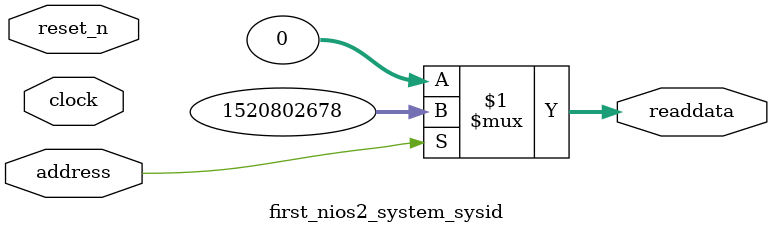
<source format=v>

`timescale 1ns / 1ps
// synthesis translate_on

// turn off superfluous verilog processor warnings 
// altera message_level Level1 
// altera message_off 10034 10035 10036 10037 10230 10240 10030 

module first_nios2_system_sysid (
               // inputs:
                address,
                clock,
                reset_n,

               // outputs:
                readdata
             )
;

  output  [ 31: 0] readdata;
  input            address;
  input            clock;
  input            reset_n;

  wire    [ 31: 0] readdata;
  //control_slave, which is an e_avalon_slave
  assign readdata = address ? 1520802678 : 0;

endmodule




</source>
